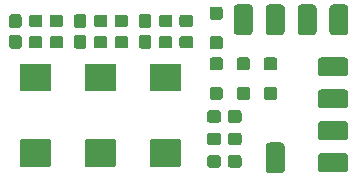
<source format=gbr>
G04 #@! TF.GenerationSoftware,KiCad,Pcbnew,(5.1.5-0-10_14)*
G04 #@! TF.CreationDate,2020-08-30T13:38:49+03:00*
G04 #@! TF.ProjectId,miniRGBii,6d696e69-5247-4426-9969-2e6b69636164,rev?*
G04 #@! TF.SameCoordinates,Original*
G04 #@! TF.FileFunction,Soldermask,Top*
G04 #@! TF.FilePolarity,Negative*
%FSLAX46Y46*%
G04 Gerber Fmt 4.6, Leading zero omitted, Abs format (unit mm)*
G04 Created by KiCad (PCBNEW (5.1.5-0-10_14)) date 2020-08-30 13:38:49*
%MOMM*%
%LPD*%
G04 APERTURE LIST*
%ADD10C,0.100000*%
G04 APERTURE END LIST*
D10*
G36*
X206928823Y-66106087D02*
G01*
X206992111Y-66125286D01*
X207050449Y-66156468D01*
X207101575Y-66198425D01*
X207143532Y-66249551D01*
X207174714Y-66307889D01*
X207193913Y-66371177D01*
X207201000Y-66443138D01*
X207201000Y-68356862D01*
X207193913Y-68428823D01*
X207174714Y-68492111D01*
X207143532Y-68550449D01*
X207101575Y-68601575D01*
X207050449Y-68643532D01*
X206992111Y-68674714D01*
X206928823Y-68693913D01*
X206856862Y-68701000D01*
X205943138Y-68701000D01*
X205871177Y-68693913D01*
X205807889Y-68674714D01*
X205749551Y-68643532D01*
X205698425Y-68601575D01*
X205656468Y-68550449D01*
X205625286Y-68492111D01*
X205606087Y-68428823D01*
X205599000Y-68356862D01*
X205599000Y-66443138D01*
X205606087Y-66371177D01*
X205625286Y-66307889D01*
X205656468Y-66249551D01*
X205698425Y-66198425D01*
X205749551Y-66156468D01*
X205807889Y-66125286D01*
X205871177Y-66106087D01*
X205943138Y-66099000D01*
X206856862Y-66099000D01*
X206928823Y-66106087D01*
G37*
G36*
X212328823Y-67006087D02*
G01*
X212392111Y-67025286D01*
X212450449Y-67056468D01*
X212501575Y-67098425D01*
X212543532Y-67149551D01*
X212574714Y-67207889D01*
X212593913Y-67271177D01*
X212601000Y-67343138D01*
X212601000Y-68256862D01*
X212593913Y-68328823D01*
X212574714Y-68392111D01*
X212543532Y-68450449D01*
X212501575Y-68501575D01*
X212450449Y-68543532D01*
X212392111Y-68574714D01*
X212328823Y-68593913D01*
X212256862Y-68601000D01*
X210343138Y-68601000D01*
X210271177Y-68593913D01*
X210207889Y-68574714D01*
X210149551Y-68543532D01*
X210098425Y-68501575D01*
X210056468Y-68450449D01*
X210025286Y-68392111D01*
X210006087Y-68328823D01*
X209999000Y-68256862D01*
X209999000Y-67343138D01*
X210006087Y-67271177D01*
X210025286Y-67207889D01*
X210056468Y-67149551D01*
X210098425Y-67098425D01*
X210149551Y-67056468D01*
X210207889Y-67025286D01*
X210271177Y-67006087D01*
X210343138Y-66999000D01*
X212256862Y-66999000D01*
X212328823Y-67006087D01*
G37*
G36*
X203389499Y-67178445D02*
G01*
X203426995Y-67189820D01*
X203461554Y-67208292D01*
X203491847Y-67233153D01*
X203516708Y-67263446D01*
X203535180Y-67298005D01*
X203546555Y-67335501D01*
X203551000Y-67380638D01*
X203551000Y-68019362D01*
X203546555Y-68064499D01*
X203535180Y-68101995D01*
X203516708Y-68136554D01*
X203491847Y-68166847D01*
X203461554Y-68191708D01*
X203426995Y-68210180D01*
X203389499Y-68221555D01*
X203344362Y-68226000D01*
X202605638Y-68226000D01*
X202560501Y-68221555D01*
X202523005Y-68210180D01*
X202488446Y-68191708D01*
X202458153Y-68166847D01*
X202433292Y-68136554D01*
X202414820Y-68101995D01*
X202403445Y-68064499D01*
X202399000Y-68019362D01*
X202399000Y-67380638D01*
X202403445Y-67335501D01*
X202414820Y-67298005D01*
X202433292Y-67263446D01*
X202458153Y-67233153D01*
X202488446Y-67208292D01*
X202523005Y-67189820D01*
X202560501Y-67178445D01*
X202605638Y-67174000D01*
X203344362Y-67174000D01*
X203389499Y-67178445D01*
G37*
G36*
X201639499Y-67178445D02*
G01*
X201676995Y-67189820D01*
X201711554Y-67208292D01*
X201741847Y-67233153D01*
X201766708Y-67263446D01*
X201785180Y-67298005D01*
X201796555Y-67335501D01*
X201801000Y-67380638D01*
X201801000Y-68019362D01*
X201796555Y-68064499D01*
X201785180Y-68101995D01*
X201766708Y-68136554D01*
X201741847Y-68166847D01*
X201711554Y-68191708D01*
X201676995Y-68210180D01*
X201639499Y-68221555D01*
X201594362Y-68226000D01*
X200855638Y-68226000D01*
X200810501Y-68221555D01*
X200773005Y-68210180D01*
X200738446Y-68191708D01*
X200708153Y-68166847D01*
X200683292Y-68136554D01*
X200664820Y-68101995D01*
X200653445Y-68064499D01*
X200649000Y-68019362D01*
X200649000Y-67380638D01*
X200653445Y-67335501D01*
X200664820Y-67298005D01*
X200683292Y-67263446D01*
X200708153Y-67233153D01*
X200738446Y-67208292D01*
X200773005Y-67189820D01*
X200810501Y-67178445D01*
X200855638Y-67174000D01*
X201594362Y-67174000D01*
X201639499Y-67178445D01*
G37*
G36*
X198293786Y-65827746D02*
G01*
X198324461Y-65837051D01*
X198352729Y-65852161D01*
X198377506Y-65872494D01*
X198397839Y-65897271D01*
X198412949Y-65925539D01*
X198422254Y-65956214D01*
X198426000Y-65994251D01*
X198426000Y-68005749D01*
X198422254Y-68043786D01*
X198412949Y-68074461D01*
X198397839Y-68102729D01*
X198377506Y-68127506D01*
X198352729Y-68147839D01*
X198324461Y-68162949D01*
X198293786Y-68172254D01*
X198255749Y-68176000D01*
X195944251Y-68176000D01*
X195906214Y-68172254D01*
X195875539Y-68162949D01*
X195847271Y-68147839D01*
X195822494Y-68127506D01*
X195802161Y-68102729D01*
X195787051Y-68074461D01*
X195777746Y-68043786D01*
X195774000Y-68005749D01*
X195774000Y-65994251D01*
X195777746Y-65956214D01*
X195787051Y-65925539D01*
X195802161Y-65897271D01*
X195822494Y-65872494D01*
X195847271Y-65852161D01*
X195875539Y-65837051D01*
X195906214Y-65827746D01*
X195944251Y-65824000D01*
X198255749Y-65824000D01*
X198293786Y-65827746D01*
G37*
G36*
X192793786Y-65827746D02*
G01*
X192824461Y-65837051D01*
X192852729Y-65852161D01*
X192877506Y-65872494D01*
X192897839Y-65897271D01*
X192912949Y-65925539D01*
X192922254Y-65956214D01*
X192926000Y-65994251D01*
X192926000Y-68005749D01*
X192922254Y-68043786D01*
X192912949Y-68074461D01*
X192897839Y-68102729D01*
X192877506Y-68127506D01*
X192852729Y-68147839D01*
X192824461Y-68162949D01*
X192793786Y-68172254D01*
X192755749Y-68176000D01*
X190444251Y-68176000D01*
X190406214Y-68172254D01*
X190375539Y-68162949D01*
X190347271Y-68147839D01*
X190322494Y-68127506D01*
X190302161Y-68102729D01*
X190287051Y-68074461D01*
X190277746Y-68043786D01*
X190274000Y-68005749D01*
X190274000Y-65994251D01*
X190277746Y-65956214D01*
X190287051Y-65925539D01*
X190302161Y-65897271D01*
X190322494Y-65872494D01*
X190347271Y-65852161D01*
X190375539Y-65837051D01*
X190406214Y-65827746D01*
X190444251Y-65824000D01*
X192755749Y-65824000D01*
X192793786Y-65827746D01*
G37*
G36*
X187293786Y-65827746D02*
G01*
X187324461Y-65837051D01*
X187352729Y-65852161D01*
X187377506Y-65872494D01*
X187397839Y-65897271D01*
X187412949Y-65925539D01*
X187422254Y-65956214D01*
X187426000Y-65994251D01*
X187426000Y-68005749D01*
X187422254Y-68043786D01*
X187412949Y-68074461D01*
X187397839Y-68102729D01*
X187377506Y-68127506D01*
X187352729Y-68147839D01*
X187324461Y-68162949D01*
X187293786Y-68172254D01*
X187255749Y-68176000D01*
X184944251Y-68176000D01*
X184906214Y-68172254D01*
X184875539Y-68162949D01*
X184847271Y-68147839D01*
X184822494Y-68127506D01*
X184802161Y-68102729D01*
X184787051Y-68074461D01*
X184777746Y-68043786D01*
X184774000Y-68005749D01*
X184774000Y-65994251D01*
X184777746Y-65956214D01*
X184787051Y-65925539D01*
X184802161Y-65897271D01*
X184822494Y-65872494D01*
X184847271Y-65852161D01*
X184875539Y-65837051D01*
X184906214Y-65827746D01*
X184944251Y-65824000D01*
X187255749Y-65824000D01*
X187293786Y-65827746D01*
G37*
G36*
X203389499Y-65278445D02*
G01*
X203426995Y-65289820D01*
X203461554Y-65308292D01*
X203491847Y-65333153D01*
X203516708Y-65363446D01*
X203535180Y-65398005D01*
X203546555Y-65435501D01*
X203551000Y-65480638D01*
X203551000Y-66119362D01*
X203546555Y-66164499D01*
X203535180Y-66201995D01*
X203516708Y-66236554D01*
X203491847Y-66266847D01*
X203461554Y-66291708D01*
X203426995Y-66310180D01*
X203389499Y-66321555D01*
X203344362Y-66326000D01*
X202605638Y-66326000D01*
X202560501Y-66321555D01*
X202523005Y-66310180D01*
X202488446Y-66291708D01*
X202458153Y-66266847D01*
X202433292Y-66236554D01*
X202414820Y-66201995D01*
X202403445Y-66164499D01*
X202399000Y-66119362D01*
X202399000Y-65480638D01*
X202403445Y-65435501D01*
X202414820Y-65398005D01*
X202433292Y-65363446D01*
X202458153Y-65333153D01*
X202488446Y-65308292D01*
X202523005Y-65289820D01*
X202560501Y-65278445D01*
X202605638Y-65274000D01*
X203344362Y-65274000D01*
X203389499Y-65278445D01*
G37*
G36*
X201639499Y-65278445D02*
G01*
X201676995Y-65289820D01*
X201711554Y-65308292D01*
X201741847Y-65333153D01*
X201766708Y-65363446D01*
X201785180Y-65398005D01*
X201796555Y-65435501D01*
X201801000Y-65480638D01*
X201801000Y-66119362D01*
X201796555Y-66164499D01*
X201785180Y-66201995D01*
X201766708Y-66236554D01*
X201741847Y-66266847D01*
X201711554Y-66291708D01*
X201676995Y-66310180D01*
X201639499Y-66321555D01*
X201594362Y-66326000D01*
X200855638Y-66326000D01*
X200810501Y-66321555D01*
X200773005Y-66310180D01*
X200738446Y-66291708D01*
X200708153Y-66266847D01*
X200683292Y-66236554D01*
X200664820Y-66201995D01*
X200653445Y-66164499D01*
X200649000Y-66119362D01*
X200649000Y-65480638D01*
X200653445Y-65435501D01*
X200664820Y-65398005D01*
X200683292Y-65363446D01*
X200708153Y-65333153D01*
X200738446Y-65308292D01*
X200773005Y-65289820D01*
X200810501Y-65278445D01*
X200855638Y-65274000D01*
X201594362Y-65274000D01*
X201639499Y-65278445D01*
G37*
G36*
X212328823Y-64306087D02*
G01*
X212392111Y-64325286D01*
X212450449Y-64356468D01*
X212501575Y-64398425D01*
X212543532Y-64449551D01*
X212574714Y-64507889D01*
X212593913Y-64571177D01*
X212601000Y-64643138D01*
X212601000Y-65556862D01*
X212593913Y-65628823D01*
X212574714Y-65692111D01*
X212543532Y-65750449D01*
X212501575Y-65801575D01*
X212450449Y-65843532D01*
X212392111Y-65874714D01*
X212328823Y-65893913D01*
X212256862Y-65901000D01*
X210343138Y-65901000D01*
X210271177Y-65893913D01*
X210207889Y-65874714D01*
X210149551Y-65843532D01*
X210098425Y-65801575D01*
X210056468Y-65750449D01*
X210025286Y-65692111D01*
X210006087Y-65628823D01*
X209999000Y-65556862D01*
X209999000Y-64643138D01*
X210006087Y-64571177D01*
X210025286Y-64507889D01*
X210056468Y-64449551D01*
X210098425Y-64398425D01*
X210149551Y-64356468D01*
X210207889Y-64325286D01*
X210271177Y-64306087D01*
X210343138Y-64299000D01*
X212256862Y-64299000D01*
X212328823Y-64306087D01*
G37*
G36*
X201639499Y-63378445D02*
G01*
X201676995Y-63389820D01*
X201711554Y-63408292D01*
X201741847Y-63433153D01*
X201766708Y-63463446D01*
X201785180Y-63498005D01*
X201796555Y-63535501D01*
X201801000Y-63580638D01*
X201801000Y-64219362D01*
X201796555Y-64264499D01*
X201785180Y-64301995D01*
X201766708Y-64336554D01*
X201741847Y-64366847D01*
X201711554Y-64391708D01*
X201676995Y-64410180D01*
X201639499Y-64421555D01*
X201594362Y-64426000D01*
X200855638Y-64426000D01*
X200810501Y-64421555D01*
X200773005Y-64410180D01*
X200738446Y-64391708D01*
X200708153Y-64366847D01*
X200683292Y-64336554D01*
X200664820Y-64301995D01*
X200653445Y-64264499D01*
X200649000Y-64219362D01*
X200649000Y-63580638D01*
X200653445Y-63535501D01*
X200664820Y-63498005D01*
X200683292Y-63463446D01*
X200708153Y-63433153D01*
X200738446Y-63408292D01*
X200773005Y-63389820D01*
X200810501Y-63378445D01*
X200855638Y-63374000D01*
X201594362Y-63374000D01*
X201639499Y-63378445D01*
G37*
G36*
X203389499Y-63378445D02*
G01*
X203426995Y-63389820D01*
X203461554Y-63408292D01*
X203491847Y-63433153D01*
X203516708Y-63463446D01*
X203535180Y-63498005D01*
X203546555Y-63535501D01*
X203551000Y-63580638D01*
X203551000Y-64219362D01*
X203546555Y-64264499D01*
X203535180Y-64301995D01*
X203516708Y-64336554D01*
X203491847Y-64366847D01*
X203461554Y-64391708D01*
X203426995Y-64410180D01*
X203389499Y-64421555D01*
X203344362Y-64426000D01*
X202605638Y-64426000D01*
X202560501Y-64421555D01*
X202523005Y-64410180D01*
X202488446Y-64391708D01*
X202458153Y-64366847D01*
X202433292Y-64336554D01*
X202414820Y-64301995D01*
X202403445Y-64264499D01*
X202399000Y-64219362D01*
X202399000Y-63580638D01*
X202403445Y-63535501D01*
X202414820Y-63498005D01*
X202433292Y-63463446D01*
X202458153Y-63433153D01*
X202488446Y-63408292D01*
X202523005Y-63389820D01*
X202560501Y-63378445D01*
X202605638Y-63374000D01*
X203344362Y-63374000D01*
X203389499Y-63378445D01*
G37*
G36*
X212328823Y-61606087D02*
G01*
X212392111Y-61625286D01*
X212450449Y-61656468D01*
X212501575Y-61698425D01*
X212543532Y-61749551D01*
X212574714Y-61807889D01*
X212593913Y-61871177D01*
X212601000Y-61943138D01*
X212601000Y-62856862D01*
X212593913Y-62928823D01*
X212574714Y-62992111D01*
X212543532Y-63050449D01*
X212501575Y-63101575D01*
X212450449Y-63143532D01*
X212392111Y-63174714D01*
X212328823Y-63193913D01*
X212256862Y-63201000D01*
X210343138Y-63201000D01*
X210271177Y-63193913D01*
X210207889Y-63174714D01*
X210149551Y-63143532D01*
X210098425Y-63101575D01*
X210056468Y-63050449D01*
X210025286Y-62992111D01*
X210006087Y-62928823D01*
X209999000Y-62856862D01*
X209999000Y-61943138D01*
X210006087Y-61871177D01*
X210025286Y-61807889D01*
X210056468Y-61749551D01*
X210098425Y-61698425D01*
X210149551Y-61656468D01*
X210207889Y-61625286D01*
X210271177Y-61606087D01*
X210343138Y-61599000D01*
X212256862Y-61599000D01*
X212328823Y-61606087D01*
G37*
G36*
X201779434Y-61403686D02*
G01*
X201819284Y-61415774D01*
X201855999Y-61435399D01*
X201888186Y-61461814D01*
X201914601Y-61494001D01*
X201934226Y-61530716D01*
X201946314Y-61570566D01*
X201951000Y-61618141D01*
X201951000Y-62281859D01*
X201946314Y-62329434D01*
X201934226Y-62369284D01*
X201914601Y-62405999D01*
X201888186Y-62438186D01*
X201855999Y-62464601D01*
X201819284Y-62484226D01*
X201779434Y-62496314D01*
X201731859Y-62501000D01*
X201068141Y-62501000D01*
X201020566Y-62496314D01*
X200980716Y-62484226D01*
X200944001Y-62464601D01*
X200911814Y-62438186D01*
X200885399Y-62405999D01*
X200865774Y-62369284D01*
X200853686Y-62329434D01*
X200849000Y-62281859D01*
X200849000Y-61618141D01*
X200853686Y-61570566D01*
X200865774Y-61530716D01*
X200885399Y-61494001D01*
X200911814Y-61461814D01*
X200944001Y-61435399D01*
X200980716Y-61415774D01*
X201020566Y-61403686D01*
X201068141Y-61399000D01*
X201731859Y-61399000D01*
X201779434Y-61403686D01*
G37*
G36*
X204079434Y-61403686D02*
G01*
X204119284Y-61415774D01*
X204155999Y-61435399D01*
X204188186Y-61461814D01*
X204214601Y-61494001D01*
X204234226Y-61530716D01*
X204246314Y-61570566D01*
X204251000Y-61618141D01*
X204251000Y-62281859D01*
X204246314Y-62329434D01*
X204234226Y-62369284D01*
X204214601Y-62405999D01*
X204188186Y-62438186D01*
X204155999Y-62464601D01*
X204119284Y-62484226D01*
X204079434Y-62496314D01*
X204031859Y-62501000D01*
X203368141Y-62501000D01*
X203320566Y-62496314D01*
X203280716Y-62484226D01*
X203244001Y-62464601D01*
X203211814Y-62438186D01*
X203185399Y-62405999D01*
X203165774Y-62369284D01*
X203153686Y-62329434D01*
X203149000Y-62281859D01*
X203149000Y-61618141D01*
X203153686Y-61570566D01*
X203165774Y-61530716D01*
X203185399Y-61494001D01*
X203211814Y-61461814D01*
X203244001Y-61435399D01*
X203280716Y-61415774D01*
X203320566Y-61403686D01*
X203368141Y-61399000D01*
X204031859Y-61399000D01*
X204079434Y-61403686D01*
G37*
G36*
X206379434Y-61403686D02*
G01*
X206419284Y-61415774D01*
X206455999Y-61435399D01*
X206488186Y-61461814D01*
X206514601Y-61494001D01*
X206534226Y-61530716D01*
X206546314Y-61570566D01*
X206551000Y-61618141D01*
X206551000Y-62281859D01*
X206546314Y-62329434D01*
X206534226Y-62369284D01*
X206514601Y-62405999D01*
X206488186Y-62438186D01*
X206455999Y-62464601D01*
X206419284Y-62484226D01*
X206379434Y-62496314D01*
X206331859Y-62501000D01*
X205668141Y-62501000D01*
X205620566Y-62496314D01*
X205580716Y-62484226D01*
X205544001Y-62464601D01*
X205511814Y-62438186D01*
X205485399Y-62405999D01*
X205465774Y-62369284D01*
X205453686Y-62329434D01*
X205449000Y-62281859D01*
X205449000Y-61618141D01*
X205453686Y-61570566D01*
X205465774Y-61530716D01*
X205485399Y-61494001D01*
X205511814Y-61461814D01*
X205544001Y-61435399D01*
X205580716Y-61415774D01*
X205620566Y-61403686D01*
X205668141Y-61399000D01*
X206331859Y-61399000D01*
X206379434Y-61403686D01*
G37*
G36*
X192793786Y-59427746D02*
G01*
X192824461Y-59437051D01*
X192852729Y-59452161D01*
X192877506Y-59472494D01*
X192897839Y-59497271D01*
X192912949Y-59525539D01*
X192922254Y-59556214D01*
X192926000Y-59594251D01*
X192926000Y-61605749D01*
X192922254Y-61643786D01*
X192912949Y-61674461D01*
X192897839Y-61702729D01*
X192877506Y-61727506D01*
X192852729Y-61747839D01*
X192824461Y-61762949D01*
X192793786Y-61772254D01*
X192755749Y-61776000D01*
X190444251Y-61776000D01*
X190406214Y-61772254D01*
X190375539Y-61762949D01*
X190347271Y-61747839D01*
X190322494Y-61727506D01*
X190302161Y-61702729D01*
X190287051Y-61674461D01*
X190277746Y-61643786D01*
X190274000Y-61605749D01*
X190274000Y-59594251D01*
X190277746Y-59556214D01*
X190287051Y-59525539D01*
X190302161Y-59497271D01*
X190322494Y-59472494D01*
X190347271Y-59452161D01*
X190375539Y-59437051D01*
X190406214Y-59427746D01*
X190444251Y-59424000D01*
X192755749Y-59424000D01*
X192793786Y-59427746D01*
G37*
G36*
X198293786Y-59427746D02*
G01*
X198324461Y-59437051D01*
X198352729Y-59452161D01*
X198377506Y-59472494D01*
X198397839Y-59497271D01*
X198412949Y-59525539D01*
X198422254Y-59556214D01*
X198426000Y-59594251D01*
X198426000Y-61605749D01*
X198422254Y-61643786D01*
X198412949Y-61674461D01*
X198397839Y-61702729D01*
X198377506Y-61727506D01*
X198352729Y-61747839D01*
X198324461Y-61762949D01*
X198293786Y-61772254D01*
X198255749Y-61776000D01*
X195944251Y-61776000D01*
X195906214Y-61772254D01*
X195875539Y-61762949D01*
X195847271Y-61747839D01*
X195822494Y-61727506D01*
X195802161Y-61702729D01*
X195787051Y-61674461D01*
X195777746Y-61643786D01*
X195774000Y-61605749D01*
X195774000Y-59594251D01*
X195777746Y-59556214D01*
X195787051Y-59525539D01*
X195802161Y-59497271D01*
X195822494Y-59472494D01*
X195847271Y-59452161D01*
X195875539Y-59437051D01*
X195906214Y-59427746D01*
X195944251Y-59424000D01*
X198255749Y-59424000D01*
X198293786Y-59427746D01*
G37*
G36*
X187293786Y-59427746D02*
G01*
X187324461Y-59437051D01*
X187352729Y-59452161D01*
X187377506Y-59472494D01*
X187397839Y-59497271D01*
X187412949Y-59525539D01*
X187422254Y-59556214D01*
X187426000Y-59594251D01*
X187426000Y-61605749D01*
X187422254Y-61643786D01*
X187412949Y-61674461D01*
X187397839Y-61702729D01*
X187377506Y-61727506D01*
X187352729Y-61747839D01*
X187324461Y-61762949D01*
X187293786Y-61772254D01*
X187255749Y-61776000D01*
X184944251Y-61776000D01*
X184906214Y-61772254D01*
X184875539Y-61762949D01*
X184847271Y-61747839D01*
X184822494Y-61727506D01*
X184802161Y-61702729D01*
X184787051Y-61674461D01*
X184777746Y-61643786D01*
X184774000Y-61605749D01*
X184774000Y-59594251D01*
X184777746Y-59556214D01*
X184787051Y-59525539D01*
X184802161Y-59497271D01*
X184822494Y-59472494D01*
X184847271Y-59452161D01*
X184875539Y-59437051D01*
X184906214Y-59427746D01*
X184944251Y-59424000D01*
X187255749Y-59424000D01*
X187293786Y-59427746D01*
G37*
G36*
X212328823Y-58906087D02*
G01*
X212392111Y-58925286D01*
X212450449Y-58956468D01*
X212501575Y-58998425D01*
X212543532Y-59049551D01*
X212574714Y-59107889D01*
X212593913Y-59171177D01*
X212601000Y-59243138D01*
X212601000Y-60156862D01*
X212593913Y-60228823D01*
X212574714Y-60292111D01*
X212543532Y-60350449D01*
X212501575Y-60401575D01*
X212450449Y-60443532D01*
X212392111Y-60474714D01*
X212328823Y-60493913D01*
X212256862Y-60501000D01*
X210343138Y-60501000D01*
X210271177Y-60493913D01*
X210207889Y-60474714D01*
X210149551Y-60443532D01*
X210098425Y-60401575D01*
X210056468Y-60350449D01*
X210025286Y-60292111D01*
X210006087Y-60228823D01*
X209999000Y-60156862D01*
X209999000Y-59243138D01*
X210006087Y-59171177D01*
X210025286Y-59107889D01*
X210056468Y-59049551D01*
X210098425Y-58998425D01*
X210149551Y-58956468D01*
X210207889Y-58925286D01*
X210271177Y-58906087D01*
X210343138Y-58899000D01*
X212256862Y-58899000D01*
X212328823Y-58906087D01*
G37*
G36*
X206379434Y-58903686D02*
G01*
X206419284Y-58915774D01*
X206455999Y-58935399D01*
X206488186Y-58961814D01*
X206514601Y-58994001D01*
X206534226Y-59030716D01*
X206546314Y-59070566D01*
X206551000Y-59118141D01*
X206551000Y-59781859D01*
X206546314Y-59829434D01*
X206534226Y-59869284D01*
X206514601Y-59905999D01*
X206488186Y-59938186D01*
X206455999Y-59964601D01*
X206419284Y-59984226D01*
X206379434Y-59996314D01*
X206331859Y-60001000D01*
X205668141Y-60001000D01*
X205620566Y-59996314D01*
X205580716Y-59984226D01*
X205544001Y-59964601D01*
X205511814Y-59938186D01*
X205485399Y-59905999D01*
X205465774Y-59869284D01*
X205453686Y-59829434D01*
X205449000Y-59781859D01*
X205449000Y-59118141D01*
X205453686Y-59070566D01*
X205465774Y-59030716D01*
X205485399Y-58994001D01*
X205511814Y-58961814D01*
X205544001Y-58935399D01*
X205580716Y-58915774D01*
X205620566Y-58903686D01*
X205668141Y-58899000D01*
X206331859Y-58899000D01*
X206379434Y-58903686D01*
G37*
G36*
X204079434Y-58903686D02*
G01*
X204119284Y-58915774D01*
X204155999Y-58935399D01*
X204188186Y-58961814D01*
X204214601Y-58994001D01*
X204234226Y-59030716D01*
X204246314Y-59070566D01*
X204251000Y-59118141D01*
X204251000Y-59781859D01*
X204246314Y-59829434D01*
X204234226Y-59869284D01*
X204214601Y-59905999D01*
X204188186Y-59938186D01*
X204155999Y-59964601D01*
X204119284Y-59984226D01*
X204079434Y-59996314D01*
X204031859Y-60001000D01*
X203368141Y-60001000D01*
X203320566Y-59996314D01*
X203280716Y-59984226D01*
X203244001Y-59964601D01*
X203211814Y-59938186D01*
X203185399Y-59905999D01*
X203165774Y-59869284D01*
X203153686Y-59829434D01*
X203149000Y-59781859D01*
X203149000Y-59118141D01*
X203153686Y-59070566D01*
X203165774Y-59030716D01*
X203185399Y-58994001D01*
X203211814Y-58961814D01*
X203244001Y-58935399D01*
X203280716Y-58915774D01*
X203320566Y-58903686D01*
X203368141Y-58899000D01*
X204031859Y-58899000D01*
X204079434Y-58903686D01*
G37*
G36*
X201779434Y-58903686D02*
G01*
X201819284Y-58915774D01*
X201855999Y-58935399D01*
X201888186Y-58961814D01*
X201914601Y-58994001D01*
X201934226Y-59030716D01*
X201946314Y-59070566D01*
X201951000Y-59118141D01*
X201951000Y-59781859D01*
X201946314Y-59829434D01*
X201934226Y-59869284D01*
X201914601Y-59905999D01*
X201888186Y-59938186D01*
X201855999Y-59964601D01*
X201819284Y-59984226D01*
X201779434Y-59996314D01*
X201731859Y-60001000D01*
X201068141Y-60001000D01*
X201020566Y-59996314D01*
X200980716Y-59984226D01*
X200944001Y-59964601D01*
X200911814Y-59938186D01*
X200885399Y-59905999D01*
X200865774Y-59869284D01*
X200853686Y-59829434D01*
X200849000Y-59781859D01*
X200849000Y-59118141D01*
X200853686Y-59070566D01*
X200865774Y-59030716D01*
X200885399Y-58994001D01*
X200911814Y-58961814D01*
X200944001Y-58935399D01*
X200980716Y-58915774D01*
X201020566Y-58903686D01*
X201068141Y-58899000D01*
X201731859Y-58899000D01*
X201779434Y-58903686D01*
G37*
G36*
X201779434Y-57103686D02*
G01*
X201819284Y-57115774D01*
X201855999Y-57135399D01*
X201888186Y-57161814D01*
X201914601Y-57194001D01*
X201934226Y-57230716D01*
X201946314Y-57270566D01*
X201951000Y-57318141D01*
X201951000Y-57981859D01*
X201946314Y-58029434D01*
X201934226Y-58069284D01*
X201914601Y-58105999D01*
X201888186Y-58138186D01*
X201855999Y-58164601D01*
X201819284Y-58184226D01*
X201779434Y-58196314D01*
X201731859Y-58201000D01*
X201068141Y-58201000D01*
X201020566Y-58196314D01*
X200980716Y-58184226D01*
X200944001Y-58164601D01*
X200911814Y-58138186D01*
X200885399Y-58105999D01*
X200865774Y-58069284D01*
X200853686Y-58029434D01*
X200849000Y-57981859D01*
X200849000Y-57318141D01*
X200853686Y-57270566D01*
X200865774Y-57230716D01*
X200885399Y-57194001D01*
X200911814Y-57161814D01*
X200944001Y-57135399D01*
X200980716Y-57115774D01*
X201020566Y-57103686D01*
X201068141Y-57099000D01*
X201731859Y-57099000D01*
X201779434Y-57103686D01*
G37*
G36*
X190264499Y-57003445D02*
G01*
X190301995Y-57014820D01*
X190336554Y-57033292D01*
X190366847Y-57058153D01*
X190391708Y-57088446D01*
X190410180Y-57123005D01*
X190421555Y-57160501D01*
X190426000Y-57205638D01*
X190426000Y-57944362D01*
X190421555Y-57989499D01*
X190410180Y-58026995D01*
X190391708Y-58061554D01*
X190366847Y-58091847D01*
X190336554Y-58116708D01*
X190301995Y-58135180D01*
X190264499Y-58146555D01*
X190219362Y-58151000D01*
X189580638Y-58151000D01*
X189535501Y-58146555D01*
X189498005Y-58135180D01*
X189463446Y-58116708D01*
X189433153Y-58091847D01*
X189408292Y-58061554D01*
X189389820Y-58026995D01*
X189378445Y-57989499D01*
X189374000Y-57944362D01*
X189374000Y-57205638D01*
X189378445Y-57160501D01*
X189389820Y-57123005D01*
X189408292Y-57088446D01*
X189433153Y-57058153D01*
X189463446Y-57033292D01*
X189498005Y-57014820D01*
X189535501Y-57003445D01*
X189580638Y-56999000D01*
X190219362Y-56999000D01*
X190264499Y-57003445D01*
G37*
G36*
X195764499Y-57003445D02*
G01*
X195801995Y-57014820D01*
X195836554Y-57033292D01*
X195866847Y-57058153D01*
X195891708Y-57088446D01*
X195910180Y-57123005D01*
X195921555Y-57160501D01*
X195926000Y-57205638D01*
X195926000Y-57944362D01*
X195921555Y-57989499D01*
X195910180Y-58026995D01*
X195891708Y-58061554D01*
X195866847Y-58091847D01*
X195836554Y-58116708D01*
X195801995Y-58135180D01*
X195764499Y-58146555D01*
X195719362Y-58151000D01*
X195080638Y-58151000D01*
X195035501Y-58146555D01*
X194998005Y-58135180D01*
X194963446Y-58116708D01*
X194933153Y-58091847D01*
X194908292Y-58061554D01*
X194889820Y-58026995D01*
X194878445Y-57989499D01*
X194874000Y-57944362D01*
X194874000Y-57205638D01*
X194878445Y-57160501D01*
X194889820Y-57123005D01*
X194908292Y-57088446D01*
X194933153Y-57058153D01*
X194963446Y-57033292D01*
X194998005Y-57014820D01*
X195035501Y-57003445D01*
X195080638Y-56999000D01*
X195719362Y-56999000D01*
X195764499Y-57003445D01*
G37*
G36*
X184764499Y-57003445D02*
G01*
X184801995Y-57014820D01*
X184836554Y-57033292D01*
X184866847Y-57058153D01*
X184891708Y-57088446D01*
X184910180Y-57123005D01*
X184921555Y-57160501D01*
X184926000Y-57205638D01*
X184926000Y-57944362D01*
X184921555Y-57989499D01*
X184910180Y-58026995D01*
X184891708Y-58061554D01*
X184866847Y-58091847D01*
X184836554Y-58116708D01*
X184801995Y-58135180D01*
X184764499Y-58146555D01*
X184719362Y-58151000D01*
X184080638Y-58151000D01*
X184035501Y-58146555D01*
X183998005Y-58135180D01*
X183963446Y-58116708D01*
X183933153Y-58091847D01*
X183908292Y-58061554D01*
X183889820Y-58026995D01*
X183878445Y-57989499D01*
X183874000Y-57944362D01*
X183874000Y-57205638D01*
X183878445Y-57160501D01*
X183889820Y-57123005D01*
X183908292Y-57088446D01*
X183933153Y-57058153D01*
X183963446Y-57033292D01*
X183998005Y-57014820D01*
X184035501Y-57003445D01*
X184080638Y-56999000D01*
X184719362Y-56999000D01*
X184764499Y-57003445D01*
G37*
G36*
X199289499Y-57078445D02*
G01*
X199326995Y-57089820D01*
X199361554Y-57108292D01*
X199391847Y-57133153D01*
X199416708Y-57163446D01*
X199435180Y-57198005D01*
X199446555Y-57235501D01*
X199451000Y-57280638D01*
X199451000Y-57919362D01*
X199446555Y-57964499D01*
X199435180Y-58001995D01*
X199416708Y-58036554D01*
X199391847Y-58066847D01*
X199361554Y-58091708D01*
X199326995Y-58110180D01*
X199289499Y-58121555D01*
X199244362Y-58126000D01*
X198505638Y-58126000D01*
X198460501Y-58121555D01*
X198423005Y-58110180D01*
X198388446Y-58091708D01*
X198358153Y-58066847D01*
X198333292Y-58036554D01*
X198314820Y-58001995D01*
X198303445Y-57964499D01*
X198299000Y-57919362D01*
X198299000Y-57280638D01*
X198303445Y-57235501D01*
X198314820Y-57198005D01*
X198333292Y-57163446D01*
X198358153Y-57133153D01*
X198388446Y-57108292D01*
X198423005Y-57089820D01*
X198460501Y-57078445D01*
X198505638Y-57074000D01*
X199244362Y-57074000D01*
X199289499Y-57078445D01*
G37*
G36*
X197539499Y-57078445D02*
G01*
X197576995Y-57089820D01*
X197611554Y-57108292D01*
X197641847Y-57133153D01*
X197666708Y-57163446D01*
X197685180Y-57198005D01*
X197696555Y-57235501D01*
X197701000Y-57280638D01*
X197701000Y-57919362D01*
X197696555Y-57964499D01*
X197685180Y-58001995D01*
X197666708Y-58036554D01*
X197641847Y-58066847D01*
X197611554Y-58091708D01*
X197576995Y-58110180D01*
X197539499Y-58121555D01*
X197494362Y-58126000D01*
X196755638Y-58126000D01*
X196710501Y-58121555D01*
X196673005Y-58110180D01*
X196638446Y-58091708D01*
X196608153Y-58066847D01*
X196583292Y-58036554D01*
X196564820Y-58001995D01*
X196553445Y-57964499D01*
X196549000Y-57919362D01*
X196549000Y-57280638D01*
X196553445Y-57235501D01*
X196564820Y-57198005D01*
X196583292Y-57163446D01*
X196608153Y-57133153D01*
X196638446Y-57108292D01*
X196673005Y-57089820D01*
X196710501Y-57078445D01*
X196755638Y-57074000D01*
X197494362Y-57074000D01*
X197539499Y-57078445D01*
G37*
G36*
X193789499Y-57078445D02*
G01*
X193826995Y-57089820D01*
X193861554Y-57108292D01*
X193891847Y-57133153D01*
X193916708Y-57163446D01*
X193935180Y-57198005D01*
X193946555Y-57235501D01*
X193951000Y-57280638D01*
X193951000Y-57919362D01*
X193946555Y-57964499D01*
X193935180Y-58001995D01*
X193916708Y-58036554D01*
X193891847Y-58066847D01*
X193861554Y-58091708D01*
X193826995Y-58110180D01*
X193789499Y-58121555D01*
X193744362Y-58126000D01*
X193005638Y-58126000D01*
X192960501Y-58121555D01*
X192923005Y-58110180D01*
X192888446Y-58091708D01*
X192858153Y-58066847D01*
X192833292Y-58036554D01*
X192814820Y-58001995D01*
X192803445Y-57964499D01*
X192799000Y-57919362D01*
X192799000Y-57280638D01*
X192803445Y-57235501D01*
X192814820Y-57198005D01*
X192833292Y-57163446D01*
X192858153Y-57133153D01*
X192888446Y-57108292D01*
X192923005Y-57089820D01*
X192960501Y-57078445D01*
X193005638Y-57074000D01*
X193744362Y-57074000D01*
X193789499Y-57078445D01*
G37*
G36*
X192039499Y-57078445D02*
G01*
X192076995Y-57089820D01*
X192111554Y-57108292D01*
X192141847Y-57133153D01*
X192166708Y-57163446D01*
X192185180Y-57198005D01*
X192196555Y-57235501D01*
X192201000Y-57280638D01*
X192201000Y-57919362D01*
X192196555Y-57964499D01*
X192185180Y-58001995D01*
X192166708Y-58036554D01*
X192141847Y-58066847D01*
X192111554Y-58091708D01*
X192076995Y-58110180D01*
X192039499Y-58121555D01*
X191994362Y-58126000D01*
X191255638Y-58126000D01*
X191210501Y-58121555D01*
X191173005Y-58110180D01*
X191138446Y-58091708D01*
X191108153Y-58066847D01*
X191083292Y-58036554D01*
X191064820Y-58001995D01*
X191053445Y-57964499D01*
X191049000Y-57919362D01*
X191049000Y-57280638D01*
X191053445Y-57235501D01*
X191064820Y-57198005D01*
X191083292Y-57163446D01*
X191108153Y-57133153D01*
X191138446Y-57108292D01*
X191173005Y-57089820D01*
X191210501Y-57078445D01*
X191255638Y-57074000D01*
X191994362Y-57074000D01*
X192039499Y-57078445D01*
G37*
G36*
X188289499Y-57078445D02*
G01*
X188326995Y-57089820D01*
X188361554Y-57108292D01*
X188391847Y-57133153D01*
X188416708Y-57163446D01*
X188435180Y-57198005D01*
X188446555Y-57235501D01*
X188451000Y-57280638D01*
X188451000Y-57919362D01*
X188446555Y-57964499D01*
X188435180Y-58001995D01*
X188416708Y-58036554D01*
X188391847Y-58066847D01*
X188361554Y-58091708D01*
X188326995Y-58110180D01*
X188289499Y-58121555D01*
X188244362Y-58126000D01*
X187505638Y-58126000D01*
X187460501Y-58121555D01*
X187423005Y-58110180D01*
X187388446Y-58091708D01*
X187358153Y-58066847D01*
X187333292Y-58036554D01*
X187314820Y-58001995D01*
X187303445Y-57964499D01*
X187299000Y-57919362D01*
X187299000Y-57280638D01*
X187303445Y-57235501D01*
X187314820Y-57198005D01*
X187333292Y-57163446D01*
X187358153Y-57133153D01*
X187388446Y-57108292D01*
X187423005Y-57089820D01*
X187460501Y-57078445D01*
X187505638Y-57074000D01*
X188244362Y-57074000D01*
X188289499Y-57078445D01*
G37*
G36*
X186539499Y-57078445D02*
G01*
X186576995Y-57089820D01*
X186611554Y-57108292D01*
X186641847Y-57133153D01*
X186666708Y-57163446D01*
X186685180Y-57198005D01*
X186696555Y-57235501D01*
X186701000Y-57280638D01*
X186701000Y-57919362D01*
X186696555Y-57964499D01*
X186685180Y-58001995D01*
X186666708Y-58036554D01*
X186641847Y-58066847D01*
X186611554Y-58091708D01*
X186576995Y-58110180D01*
X186539499Y-58121555D01*
X186494362Y-58126000D01*
X185755638Y-58126000D01*
X185710501Y-58121555D01*
X185673005Y-58110180D01*
X185638446Y-58091708D01*
X185608153Y-58066847D01*
X185583292Y-58036554D01*
X185564820Y-58001995D01*
X185553445Y-57964499D01*
X185549000Y-57919362D01*
X185549000Y-57280638D01*
X185553445Y-57235501D01*
X185564820Y-57198005D01*
X185583292Y-57163446D01*
X185608153Y-57133153D01*
X185638446Y-57108292D01*
X185673005Y-57089820D01*
X185710501Y-57078445D01*
X185755638Y-57074000D01*
X186494362Y-57074000D01*
X186539499Y-57078445D01*
G37*
G36*
X209628823Y-54406087D02*
G01*
X209692111Y-54425286D01*
X209750449Y-54456468D01*
X209801575Y-54498425D01*
X209843532Y-54549551D01*
X209874714Y-54607889D01*
X209893913Y-54671177D01*
X209901000Y-54743138D01*
X209901000Y-56656862D01*
X209893913Y-56728823D01*
X209874714Y-56792111D01*
X209843532Y-56850449D01*
X209801575Y-56901575D01*
X209750449Y-56943532D01*
X209692111Y-56974714D01*
X209628823Y-56993913D01*
X209556862Y-57001000D01*
X208643138Y-57001000D01*
X208571177Y-56993913D01*
X208507889Y-56974714D01*
X208449551Y-56943532D01*
X208398425Y-56901575D01*
X208356468Y-56850449D01*
X208325286Y-56792111D01*
X208306087Y-56728823D01*
X208299000Y-56656862D01*
X208299000Y-54743138D01*
X208306087Y-54671177D01*
X208325286Y-54607889D01*
X208356468Y-54549551D01*
X208398425Y-54498425D01*
X208449551Y-54456468D01*
X208507889Y-54425286D01*
X208571177Y-54406087D01*
X208643138Y-54399000D01*
X209556862Y-54399000D01*
X209628823Y-54406087D01*
G37*
G36*
X204228823Y-54406087D02*
G01*
X204292111Y-54425286D01*
X204350449Y-54456468D01*
X204401575Y-54498425D01*
X204443532Y-54549551D01*
X204474714Y-54607889D01*
X204493913Y-54671177D01*
X204501000Y-54743138D01*
X204501000Y-56656862D01*
X204493913Y-56728823D01*
X204474714Y-56792111D01*
X204443532Y-56850449D01*
X204401575Y-56901575D01*
X204350449Y-56943532D01*
X204292111Y-56974714D01*
X204228823Y-56993913D01*
X204156862Y-57001000D01*
X203243138Y-57001000D01*
X203171177Y-56993913D01*
X203107889Y-56974714D01*
X203049551Y-56943532D01*
X202998425Y-56901575D01*
X202956468Y-56850449D01*
X202925286Y-56792111D01*
X202906087Y-56728823D01*
X202899000Y-56656862D01*
X202899000Y-54743138D01*
X202906087Y-54671177D01*
X202925286Y-54607889D01*
X202956468Y-54549551D01*
X202998425Y-54498425D01*
X203049551Y-54456468D01*
X203107889Y-54425286D01*
X203171177Y-54406087D01*
X203243138Y-54399000D01*
X204156862Y-54399000D01*
X204228823Y-54406087D01*
G37*
G36*
X206928823Y-54406087D02*
G01*
X206992111Y-54425286D01*
X207050449Y-54456468D01*
X207101575Y-54498425D01*
X207143532Y-54549551D01*
X207174714Y-54607889D01*
X207193913Y-54671177D01*
X207201000Y-54743138D01*
X207201000Y-56656862D01*
X207193913Y-56728823D01*
X207174714Y-56792111D01*
X207143532Y-56850449D01*
X207101575Y-56901575D01*
X207050449Y-56943532D01*
X206992111Y-56974714D01*
X206928823Y-56993913D01*
X206856862Y-57001000D01*
X205943138Y-57001000D01*
X205871177Y-56993913D01*
X205807889Y-56974714D01*
X205749551Y-56943532D01*
X205698425Y-56901575D01*
X205656468Y-56850449D01*
X205625286Y-56792111D01*
X205606087Y-56728823D01*
X205599000Y-56656862D01*
X205599000Y-54743138D01*
X205606087Y-54671177D01*
X205625286Y-54607889D01*
X205656468Y-54549551D01*
X205698425Y-54498425D01*
X205749551Y-54456468D01*
X205807889Y-54425286D01*
X205871177Y-54406087D01*
X205943138Y-54399000D01*
X206856862Y-54399000D01*
X206928823Y-54406087D01*
G37*
G36*
X212328823Y-54406087D02*
G01*
X212392111Y-54425286D01*
X212450449Y-54456468D01*
X212501575Y-54498425D01*
X212543532Y-54549551D01*
X212574714Y-54607889D01*
X212593913Y-54671177D01*
X212601000Y-54743138D01*
X212601000Y-56656862D01*
X212593913Y-56728823D01*
X212574714Y-56792111D01*
X212543532Y-56850449D01*
X212501575Y-56901575D01*
X212450449Y-56943532D01*
X212392111Y-56974714D01*
X212328823Y-56993913D01*
X212256862Y-57001000D01*
X211343138Y-57001000D01*
X211271177Y-56993913D01*
X211207889Y-56974714D01*
X211149551Y-56943532D01*
X211098425Y-56901575D01*
X211056468Y-56850449D01*
X211025286Y-56792111D01*
X211006087Y-56728823D01*
X210999000Y-56656862D01*
X210999000Y-54743138D01*
X211006087Y-54671177D01*
X211025286Y-54607889D01*
X211056468Y-54549551D01*
X211098425Y-54498425D01*
X211149551Y-54456468D01*
X211207889Y-54425286D01*
X211271177Y-54406087D01*
X211343138Y-54399000D01*
X212256862Y-54399000D01*
X212328823Y-54406087D01*
G37*
G36*
X190264499Y-55253445D02*
G01*
X190301995Y-55264820D01*
X190336554Y-55283292D01*
X190366847Y-55308153D01*
X190391708Y-55338446D01*
X190410180Y-55373005D01*
X190421555Y-55410501D01*
X190426000Y-55455638D01*
X190426000Y-56194362D01*
X190421555Y-56239499D01*
X190410180Y-56276995D01*
X190391708Y-56311554D01*
X190366847Y-56341847D01*
X190336554Y-56366708D01*
X190301995Y-56385180D01*
X190264499Y-56396555D01*
X190219362Y-56401000D01*
X189580638Y-56401000D01*
X189535501Y-56396555D01*
X189498005Y-56385180D01*
X189463446Y-56366708D01*
X189433153Y-56341847D01*
X189408292Y-56311554D01*
X189389820Y-56276995D01*
X189378445Y-56239499D01*
X189374000Y-56194362D01*
X189374000Y-55455638D01*
X189378445Y-55410501D01*
X189389820Y-55373005D01*
X189408292Y-55338446D01*
X189433153Y-55308153D01*
X189463446Y-55283292D01*
X189498005Y-55264820D01*
X189535501Y-55253445D01*
X189580638Y-55249000D01*
X190219362Y-55249000D01*
X190264499Y-55253445D01*
G37*
G36*
X195764499Y-55253445D02*
G01*
X195801995Y-55264820D01*
X195836554Y-55283292D01*
X195866847Y-55308153D01*
X195891708Y-55338446D01*
X195910180Y-55373005D01*
X195921555Y-55410501D01*
X195926000Y-55455638D01*
X195926000Y-56194362D01*
X195921555Y-56239499D01*
X195910180Y-56276995D01*
X195891708Y-56311554D01*
X195866847Y-56341847D01*
X195836554Y-56366708D01*
X195801995Y-56385180D01*
X195764499Y-56396555D01*
X195719362Y-56401000D01*
X195080638Y-56401000D01*
X195035501Y-56396555D01*
X194998005Y-56385180D01*
X194963446Y-56366708D01*
X194933153Y-56341847D01*
X194908292Y-56311554D01*
X194889820Y-56276995D01*
X194878445Y-56239499D01*
X194874000Y-56194362D01*
X194874000Y-55455638D01*
X194878445Y-55410501D01*
X194889820Y-55373005D01*
X194908292Y-55338446D01*
X194933153Y-55308153D01*
X194963446Y-55283292D01*
X194998005Y-55264820D01*
X195035501Y-55253445D01*
X195080638Y-55249000D01*
X195719362Y-55249000D01*
X195764499Y-55253445D01*
G37*
G36*
X184764499Y-55253445D02*
G01*
X184801995Y-55264820D01*
X184836554Y-55283292D01*
X184866847Y-55308153D01*
X184891708Y-55338446D01*
X184910180Y-55373005D01*
X184921555Y-55410501D01*
X184926000Y-55455638D01*
X184926000Y-56194362D01*
X184921555Y-56239499D01*
X184910180Y-56276995D01*
X184891708Y-56311554D01*
X184866847Y-56341847D01*
X184836554Y-56366708D01*
X184801995Y-56385180D01*
X184764499Y-56396555D01*
X184719362Y-56401000D01*
X184080638Y-56401000D01*
X184035501Y-56396555D01*
X183998005Y-56385180D01*
X183963446Y-56366708D01*
X183933153Y-56341847D01*
X183908292Y-56311554D01*
X183889820Y-56276995D01*
X183878445Y-56239499D01*
X183874000Y-56194362D01*
X183874000Y-55455638D01*
X183878445Y-55410501D01*
X183889820Y-55373005D01*
X183908292Y-55338446D01*
X183933153Y-55308153D01*
X183963446Y-55283292D01*
X183998005Y-55264820D01*
X184035501Y-55253445D01*
X184080638Y-55249000D01*
X184719362Y-55249000D01*
X184764499Y-55253445D01*
G37*
G36*
X186539499Y-55278445D02*
G01*
X186576995Y-55289820D01*
X186611554Y-55308292D01*
X186641847Y-55333153D01*
X186666708Y-55363446D01*
X186685180Y-55398005D01*
X186696555Y-55435501D01*
X186701000Y-55480638D01*
X186701000Y-56119362D01*
X186696555Y-56164499D01*
X186685180Y-56201995D01*
X186666708Y-56236554D01*
X186641847Y-56266847D01*
X186611554Y-56291708D01*
X186576995Y-56310180D01*
X186539499Y-56321555D01*
X186494362Y-56326000D01*
X185755638Y-56326000D01*
X185710501Y-56321555D01*
X185673005Y-56310180D01*
X185638446Y-56291708D01*
X185608153Y-56266847D01*
X185583292Y-56236554D01*
X185564820Y-56201995D01*
X185553445Y-56164499D01*
X185549000Y-56119362D01*
X185549000Y-55480638D01*
X185553445Y-55435501D01*
X185564820Y-55398005D01*
X185583292Y-55363446D01*
X185608153Y-55333153D01*
X185638446Y-55308292D01*
X185673005Y-55289820D01*
X185710501Y-55278445D01*
X185755638Y-55274000D01*
X186494362Y-55274000D01*
X186539499Y-55278445D01*
G37*
G36*
X188289499Y-55278445D02*
G01*
X188326995Y-55289820D01*
X188361554Y-55308292D01*
X188391847Y-55333153D01*
X188416708Y-55363446D01*
X188435180Y-55398005D01*
X188446555Y-55435501D01*
X188451000Y-55480638D01*
X188451000Y-56119362D01*
X188446555Y-56164499D01*
X188435180Y-56201995D01*
X188416708Y-56236554D01*
X188391847Y-56266847D01*
X188361554Y-56291708D01*
X188326995Y-56310180D01*
X188289499Y-56321555D01*
X188244362Y-56326000D01*
X187505638Y-56326000D01*
X187460501Y-56321555D01*
X187423005Y-56310180D01*
X187388446Y-56291708D01*
X187358153Y-56266847D01*
X187333292Y-56236554D01*
X187314820Y-56201995D01*
X187303445Y-56164499D01*
X187299000Y-56119362D01*
X187299000Y-55480638D01*
X187303445Y-55435501D01*
X187314820Y-55398005D01*
X187333292Y-55363446D01*
X187358153Y-55333153D01*
X187388446Y-55308292D01*
X187423005Y-55289820D01*
X187460501Y-55278445D01*
X187505638Y-55274000D01*
X188244362Y-55274000D01*
X188289499Y-55278445D01*
G37*
G36*
X197539499Y-55278445D02*
G01*
X197576995Y-55289820D01*
X197611554Y-55308292D01*
X197641847Y-55333153D01*
X197666708Y-55363446D01*
X197685180Y-55398005D01*
X197696555Y-55435501D01*
X197701000Y-55480638D01*
X197701000Y-56119362D01*
X197696555Y-56164499D01*
X197685180Y-56201995D01*
X197666708Y-56236554D01*
X197641847Y-56266847D01*
X197611554Y-56291708D01*
X197576995Y-56310180D01*
X197539499Y-56321555D01*
X197494362Y-56326000D01*
X196755638Y-56326000D01*
X196710501Y-56321555D01*
X196673005Y-56310180D01*
X196638446Y-56291708D01*
X196608153Y-56266847D01*
X196583292Y-56236554D01*
X196564820Y-56201995D01*
X196553445Y-56164499D01*
X196549000Y-56119362D01*
X196549000Y-55480638D01*
X196553445Y-55435501D01*
X196564820Y-55398005D01*
X196583292Y-55363446D01*
X196608153Y-55333153D01*
X196638446Y-55308292D01*
X196673005Y-55289820D01*
X196710501Y-55278445D01*
X196755638Y-55274000D01*
X197494362Y-55274000D01*
X197539499Y-55278445D01*
G37*
G36*
X199289499Y-55278445D02*
G01*
X199326995Y-55289820D01*
X199361554Y-55308292D01*
X199391847Y-55333153D01*
X199416708Y-55363446D01*
X199435180Y-55398005D01*
X199446555Y-55435501D01*
X199451000Y-55480638D01*
X199451000Y-56119362D01*
X199446555Y-56164499D01*
X199435180Y-56201995D01*
X199416708Y-56236554D01*
X199391847Y-56266847D01*
X199361554Y-56291708D01*
X199326995Y-56310180D01*
X199289499Y-56321555D01*
X199244362Y-56326000D01*
X198505638Y-56326000D01*
X198460501Y-56321555D01*
X198423005Y-56310180D01*
X198388446Y-56291708D01*
X198358153Y-56266847D01*
X198333292Y-56236554D01*
X198314820Y-56201995D01*
X198303445Y-56164499D01*
X198299000Y-56119362D01*
X198299000Y-55480638D01*
X198303445Y-55435501D01*
X198314820Y-55398005D01*
X198333292Y-55363446D01*
X198358153Y-55333153D01*
X198388446Y-55308292D01*
X198423005Y-55289820D01*
X198460501Y-55278445D01*
X198505638Y-55274000D01*
X199244362Y-55274000D01*
X199289499Y-55278445D01*
G37*
G36*
X192039499Y-55278445D02*
G01*
X192076995Y-55289820D01*
X192111554Y-55308292D01*
X192141847Y-55333153D01*
X192166708Y-55363446D01*
X192185180Y-55398005D01*
X192196555Y-55435501D01*
X192201000Y-55480638D01*
X192201000Y-56119362D01*
X192196555Y-56164499D01*
X192185180Y-56201995D01*
X192166708Y-56236554D01*
X192141847Y-56266847D01*
X192111554Y-56291708D01*
X192076995Y-56310180D01*
X192039499Y-56321555D01*
X191994362Y-56326000D01*
X191255638Y-56326000D01*
X191210501Y-56321555D01*
X191173005Y-56310180D01*
X191138446Y-56291708D01*
X191108153Y-56266847D01*
X191083292Y-56236554D01*
X191064820Y-56201995D01*
X191053445Y-56164499D01*
X191049000Y-56119362D01*
X191049000Y-55480638D01*
X191053445Y-55435501D01*
X191064820Y-55398005D01*
X191083292Y-55363446D01*
X191108153Y-55333153D01*
X191138446Y-55308292D01*
X191173005Y-55289820D01*
X191210501Y-55278445D01*
X191255638Y-55274000D01*
X191994362Y-55274000D01*
X192039499Y-55278445D01*
G37*
G36*
X193789499Y-55278445D02*
G01*
X193826995Y-55289820D01*
X193861554Y-55308292D01*
X193891847Y-55333153D01*
X193916708Y-55363446D01*
X193935180Y-55398005D01*
X193946555Y-55435501D01*
X193951000Y-55480638D01*
X193951000Y-56119362D01*
X193946555Y-56164499D01*
X193935180Y-56201995D01*
X193916708Y-56236554D01*
X193891847Y-56266847D01*
X193861554Y-56291708D01*
X193826995Y-56310180D01*
X193789499Y-56321555D01*
X193744362Y-56326000D01*
X193005638Y-56326000D01*
X192960501Y-56321555D01*
X192923005Y-56310180D01*
X192888446Y-56291708D01*
X192858153Y-56266847D01*
X192833292Y-56236554D01*
X192814820Y-56201995D01*
X192803445Y-56164499D01*
X192799000Y-56119362D01*
X192799000Y-55480638D01*
X192803445Y-55435501D01*
X192814820Y-55398005D01*
X192833292Y-55363446D01*
X192858153Y-55333153D01*
X192888446Y-55308292D01*
X192923005Y-55289820D01*
X192960501Y-55278445D01*
X193005638Y-55274000D01*
X193744362Y-55274000D01*
X193789499Y-55278445D01*
G37*
G36*
X201779434Y-54603686D02*
G01*
X201819284Y-54615774D01*
X201855999Y-54635399D01*
X201888186Y-54661814D01*
X201914601Y-54694001D01*
X201934226Y-54730716D01*
X201946314Y-54770566D01*
X201951000Y-54818141D01*
X201951000Y-55481859D01*
X201946314Y-55529434D01*
X201934226Y-55569284D01*
X201914601Y-55605999D01*
X201888186Y-55638186D01*
X201855999Y-55664601D01*
X201819284Y-55684226D01*
X201779434Y-55696314D01*
X201731859Y-55701000D01*
X201068141Y-55701000D01*
X201020566Y-55696314D01*
X200980716Y-55684226D01*
X200944001Y-55664601D01*
X200911814Y-55638186D01*
X200885399Y-55605999D01*
X200865774Y-55569284D01*
X200853686Y-55529434D01*
X200849000Y-55481859D01*
X200849000Y-54818141D01*
X200853686Y-54770566D01*
X200865774Y-54730716D01*
X200885399Y-54694001D01*
X200911814Y-54661814D01*
X200944001Y-54635399D01*
X200980716Y-54615774D01*
X201020566Y-54603686D01*
X201068141Y-54599000D01*
X201731859Y-54599000D01*
X201779434Y-54603686D01*
G37*
M02*

</source>
